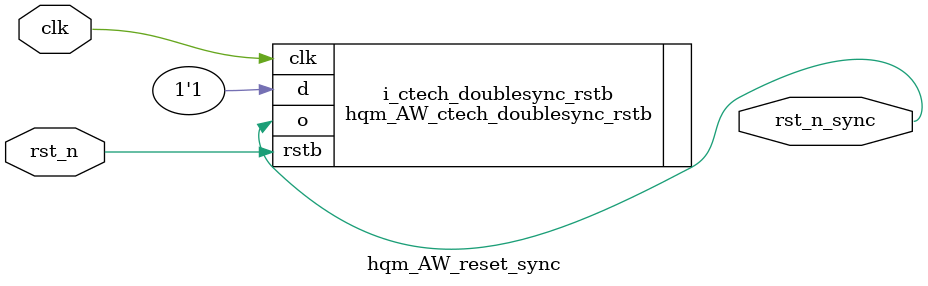
<source format=sv>

module hqm_AW_reset_sync

//     import hqm_AW_pkg::*;
(
     input  logic       clk
    ,input  logic       rst_n

    ,output logic       rst_n_sync
);

//-----------------------------------------------------------------------------------------------------

hqm_AW_ctech_doublesync_rstb i_ctech_doublesync_rstb (

     .clk   (clk)
    ,.rstb  (rst_n)
    ,.d     (1'b1)

    ,.o     (rst_n_sync)
);

endmodule // AW_reset_sync


</source>
